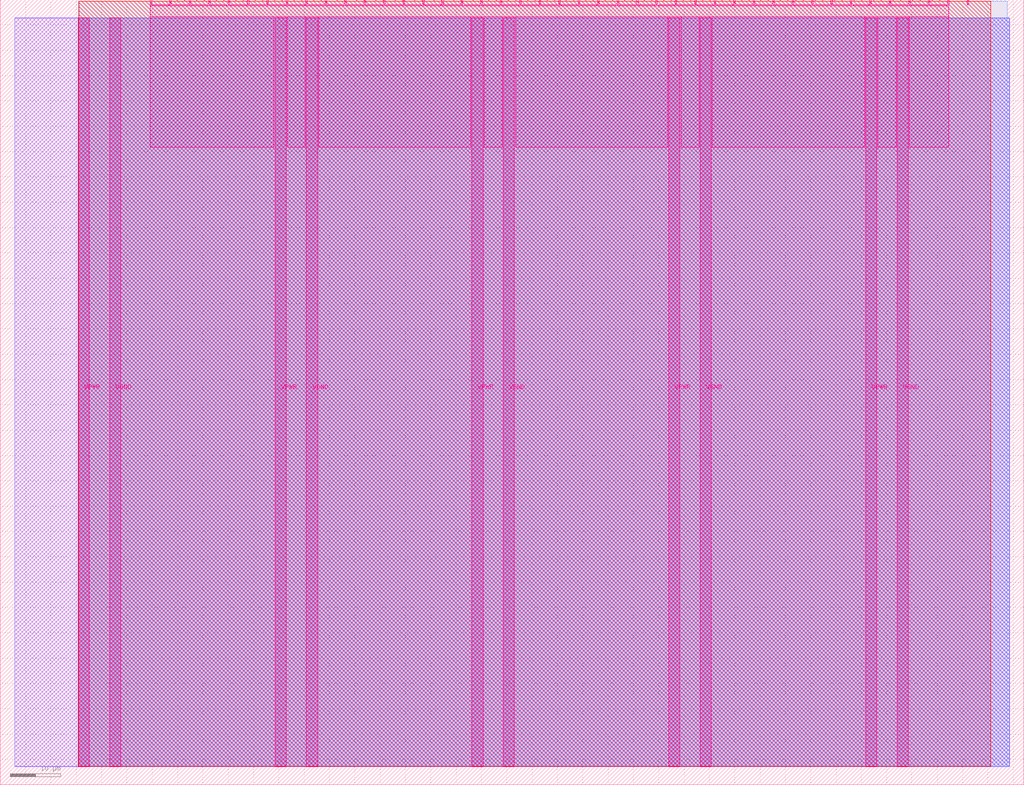
<source format=lef>
VERSION 5.7 ;
  NOWIREEXTENSIONATPIN ON ;
  DIVIDERCHAR "/" ;
  BUSBITCHARS "[]" ;
MACRO tt_um_save_buffer_hash_table
  CLASS BLOCK ;
  FOREIGN tt_um_save_buffer_hash_table ;
  ORIGIN 0.000 0.000 ;
  SIZE 202.080 BY 154.980 ;
  PIN VGND
    DIRECTION INOUT ;
    USE GROUND ;
    PORT
      LAYER Metal5 ;
        RECT 21.580 3.560 23.780 151.420 ;
    END
    PORT
      LAYER Metal5 ;
        RECT 60.450 3.560 62.650 151.420 ;
    END
    PORT
      LAYER Metal5 ;
        RECT 99.320 3.560 101.520 151.420 ;
    END
    PORT
      LAYER Metal5 ;
        RECT 138.190 3.560 140.390 151.420 ;
    END
    PORT
      LAYER Metal5 ;
        RECT 177.060 3.560 179.260 151.420 ;
    END
  END VGND
  PIN VPWR
    DIRECTION INOUT ;
    USE POWER ;
    PORT
      LAYER Metal5 ;
        RECT 15.380 3.560 17.580 151.420 ;
    END
    PORT
      LAYER Metal5 ;
        RECT 54.250 3.560 56.450 151.420 ;
    END
    PORT
      LAYER Metal5 ;
        RECT 93.120 3.560 95.320 151.420 ;
    END
    PORT
      LAYER Metal5 ;
        RECT 131.990 3.560 134.190 151.420 ;
    END
    PORT
      LAYER Metal5 ;
        RECT 170.860 3.560 173.060 151.420 ;
    END
  END VPWR
  PIN clk
    DIRECTION INPUT ;
    USE SIGNAL ;
    ANTENNAGATEAREA 0.213200 ;
    PORT
      LAYER Metal5 ;
        RECT 187.050 153.980 187.350 154.980 ;
    END
  END clk
  PIN ena
    DIRECTION INPUT ;
    USE SIGNAL ;
    PORT
      LAYER Metal5 ;
        RECT 190.890 153.980 191.190 154.980 ;
    END
  END ena
  PIN rst_n
    DIRECTION INPUT ;
    USE SIGNAL ;
    ANTENNAGATEAREA 0.213200 ;
    PORT
      LAYER Metal5 ;
        RECT 183.210 153.980 183.510 154.980 ;
    END
  END rst_n
  PIN ui_in[0]
    DIRECTION INPUT ;
    USE SIGNAL ;
    ANTENNAGATEAREA 0.180700 ;
    PORT
      LAYER Metal5 ;
        RECT 179.370 153.980 179.670 154.980 ;
    END
  END ui_in[0]
  PIN ui_in[1]
    DIRECTION INPUT ;
    USE SIGNAL ;
    ANTENNAGATEAREA 0.180700 ;
    PORT
      LAYER Metal5 ;
        RECT 175.530 153.980 175.830 154.980 ;
    END
  END ui_in[1]
  PIN ui_in[2]
    DIRECTION INPUT ;
    USE SIGNAL ;
    ANTENNAGATEAREA 0.180700 ;
    PORT
      LAYER Metal5 ;
        RECT 171.690 153.980 171.990 154.980 ;
    END
  END ui_in[2]
  PIN ui_in[3]
    DIRECTION INPUT ;
    USE SIGNAL ;
    ANTENNAGATEAREA 0.180700 ;
    PORT
      LAYER Metal5 ;
        RECT 167.850 153.980 168.150 154.980 ;
    END
  END ui_in[3]
  PIN ui_in[4]
    DIRECTION INPUT ;
    USE SIGNAL ;
    ANTENNAGATEAREA 0.180700 ;
    PORT
      LAYER Metal5 ;
        RECT 164.010 153.980 164.310 154.980 ;
    END
  END ui_in[4]
  PIN ui_in[5]
    DIRECTION INPUT ;
    USE SIGNAL ;
    ANTENNAGATEAREA 0.180700 ;
    PORT
      LAYER Metal5 ;
        RECT 160.170 153.980 160.470 154.980 ;
    END
  END ui_in[5]
  PIN ui_in[6]
    DIRECTION INPUT ;
    USE SIGNAL ;
    ANTENNAGATEAREA 0.180700 ;
    PORT
      LAYER Metal5 ;
        RECT 156.330 153.980 156.630 154.980 ;
    END
  END ui_in[6]
  PIN ui_in[7]
    DIRECTION INPUT ;
    USE SIGNAL ;
    ANTENNAGATEAREA 0.180700 ;
    PORT
      LAYER Metal5 ;
        RECT 152.490 153.980 152.790 154.980 ;
    END
  END ui_in[7]
  PIN uio_in[0]
    DIRECTION INPUT ;
    USE SIGNAL ;
    ANTENNAGATEAREA 0.213200 ;
    PORT
      LAYER Metal5 ;
        RECT 148.650 153.980 148.950 154.980 ;
    END
  END uio_in[0]
  PIN uio_in[1]
    DIRECTION INPUT ;
    USE SIGNAL ;
    ANTENNAGATEAREA 0.180700 ;
    PORT
      LAYER Metal5 ;
        RECT 144.810 153.980 145.110 154.980 ;
    END
  END uio_in[1]
  PIN uio_in[2]
    DIRECTION INPUT ;
    USE SIGNAL ;
    ANTENNAGATEAREA 0.180700 ;
    PORT
      LAYER Metal5 ;
        RECT 140.970 153.980 141.270 154.980 ;
    END
  END uio_in[2]
  PIN uio_in[3]
    DIRECTION INPUT ;
    USE SIGNAL ;
    PORT
      LAYER Metal5 ;
        RECT 137.130 153.980 137.430 154.980 ;
    END
  END uio_in[3]
  PIN uio_in[4]
    DIRECTION INPUT ;
    USE SIGNAL ;
    PORT
      LAYER Metal5 ;
        RECT 133.290 153.980 133.590 154.980 ;
    END
  END uio_in[4]
  PIN uio_in[5]
    DIRECTION INPUT ;
    USE SIGNAL ;
    PORT
      LAYER Metal5 ;
        RECT 129.450 153.980 129.750 154.980 ;
    END
  END uio_in[5]
  PIN uio_in[6]
    DIRECTION INPUT ;
    USE SIGNAL ;
    PORT
      LAYER Metal5 ;
        RECT 125.610 153.980 125.910 154.980 ;
    END
  END uio_in[6]
  PIN uio_in[7]
    DIRECTION INPUT ;
    USE SIGNAL ;
    PORT
      LAYER Metal5 ;
        RECT 121.770 153.980 122.070 154.980 ;
    END
  END uio_in[7]
  PIN uio_oe[0]
    DIRECTION OUTPUT ;
    USE SIGNAL ;
    ANTENNADIFFAREA 0.299200 ;
    PORT
      LAYER Metal5 ;
        RECT 56.490 153.980 56.790 154.980 ;
    END
  END uio_oe[0]
  PIN uio_oe[1]
    DIRECTION OUTPUT ;
    USE SIGNAL ;
    ANTENNADIFFAREA 0.299200 ;
    PORT
      LAYER Metal5 ;
        RECT 52.650 153.980 52.950 154.980 ;
    END
  END uio_oe[1]
  PIN uio_oe[2]
    DIRECTION OUTPUT ;
    USE SIGNAL ;
    ANTENNADIFFAREA 0.299200 ;
    PORT
      LAYER Metal5 ;
        RECT 48.810 153.980 49.110 154.980 ;
    END
  END uio_oe[2]
  PIN uio_oe[3]
    DIRECTION OUTPUT ;
    USE SIGNAL ;
    ANTENNADIFFAREA 0.299200 ;
    PORT
      LAYER Metal5 ;
        RECT 44.970 153.980 45.270 154.980 ;
    END
  END uio_oe[3]
  PIN uio_oe[4]
    DIRECTION OUTPUT ;
    USE SIGNAL ;
    ANTENNADIFFAREA 0.299200 ;
    PORT
      LAYER Metal5 ;
        RECT 41.130 153.980 41.430 154.980 ;
    END
  END uio_oe[4]
  PIN uio_oe[5]
    DIRECTION OUTPUT ;
    USE SIGNAL ;
    ANTENNADIFFAREA 0.299200 ;
    PORT
      LAYER Metal5 ;
        RECT 37.290 153.980 37.590 154.980 ;
    END
  END uio_oe[5]
  PIN uio_oe[6]
    DIRECTION OUTPUT ;
    USE SIGNAL ;
    ANTENNADIFFAREA 0.392700 ;
    PORT
      LAYER Metal5 ;
        RECT 33.450 153.980 33.750 154.980 ;
    END
  END uio_oe[6]
  PIN uio_oe[7]
    DIRECTION OUTPUT ;
    USE SIGNAL ;
    ANTENNADIFFAREA 0.392700 ;
    PORT
      LAYER Metal5 ;
        RECT 29.610 153.980 29.910 154.980 ;
    END
  END uio_oe[7]
  PIN uio_out[0]
    DIRECTION OUTPUT ;
    USE SIGNAL ;
    ANTENNADIFFAREA 0.299200 ;
    PORT
      LAYER Metal5 ;
        RECT 87.210 153.980 87.510 154.980 ;
    END
  END uio_out[0]
  PIN uio_out[1]
    DIRECTION OUTPUT ;
    USE SIGNAL ;
    ANTENNADIFFAREA 0.299200 ;
    PORT
      LAYER Metal5 ;
        RECT 83.370 153.980 83.670 154.980 ;
    END
  END uio_out[1]
  PIN uio_out[2]
    DIRECTION OUTPUT ;
    USE SIGNAL ;
    ANTENNADIFFAREA 0.299200 ;
    PORT
      LAYER Metal5 ;
        RECT 79.530 153.980 79.830 154.980 ;
    END
  END uio_out[2]
  PIN uio_out[3]
    DIRECTION OUTPUT ;
    USE SIGNAL ;
    ANTENNADIFFAREA 0.299200 ;
    PORT
      LAYER Metal5 ;
        RECT 75.690 153.980 75.990 154.980 ;
    END
  END uio_out[3]
  PIN uio_out[4]
    DIRECTION OUTPUT ;
    USE SIGNAL ;
    ANTENNADIFFAREA 0.299200 ;
    PORT
      LAYER Metal5 ;
        RECT 71.850 153.980 72.150 154.980 ;
    END
  END uio_out[4]
  PIN uio_out[5]
    DIRECTION OUTPUT ;
    USE SIGNAL ;
    ANTENNADIFFAREA 0.299200 ;
    PORT
      LAYER Metal5 ;
        RECT 68.010 153.980 68.310 154.980 ;
    END
  END uio_out[5]
  PIN uio_out[6]
    DIRECTION OUTPUT ;
    USE SIGNAL ;
    ANTENNAGATEAREA 0.109200 ;
    ANTENNADIFFAREA 0.632400 ;
    PORT
      LAYER Metal5 ;
        RECT 64.170 153.980 64.470 154.980 ;
    END
  END uio_out[6]
  PIN uio_out[7]
    DIRECTION OUTPUT ;
    USE SIGNAL ;
    ANTENNAGATEAREA 0.109200 ;
    ANTENNADIFFAREA 0.632400 ;
    PORT
      LAYER Metal5 ;
        RECT 60.330 153.980 60.630 154.980 ;
    END
  END uio_out[7]
  PIN uo_out[0]
    DIRECTION OUTPUT ;
    USE SIGNAL ;
    ANTENNAGATEAREA 0.109200 ;
    ANTENNADIFFAREA 0.632400 ;
    PORT
      LAYER Metal5 ;
        RECT 117.930 153.980 118.230 154.980 ;
    END
  END uo_out[0]
  PIN uo_out[1]
    DIRECTION OUTPUT ;
    USE SIGNAL ;
    ANTENNAGATEAREA 0.109200 ;
    ANTENNADIFFAREA 0.632400 ;
    PORT
      LAYER Metal5 ;
        RECT 114.090 153.980 114.390 154.980 ;
    END
  END uo_out[1]
  PIN uo_out[2]
    DIRECTION OUTPUT ;
    USE SIGNAL ;
    ANTENNAGATEAREA 0.109200 ;
    ANTENNADIFFAREA 0.632400 ;
    PORT
      LAYER Metal5 ;
        RECT 110.250 153.980 110.550 154.980 ;
    END
  END uo_out[2]
  PIN uo_out[3]
    DIRECTION OUTPUT ;
    USE SIGNAL ;
    ANTENNAGATEAREA 0.109200 ;
    ANTENNADIFFAREA 0.632400 ;
    PORT
      LAYER Metal5 ;
        RECT 106.410 153.980 106.710 154.980 ;
    END
  END uo_out[3]
  PIN uo_out[4]
    DIRECTION OUTPUT ;
    USE SIGNAL ;
    ANTENNADIFFAREA 0.299200 ;
    PORT
      LAYER Metal5 ;
        RECT 102.570 153.980 102.870 154.980 ;
    END
  END uo_out[4]
  PIN uo_out[5]
    DIRECTION OUTPUT ;
    USE SIGNAL ;
    ANTENNADIFFAREA 0.299200 ;
    PORT
      LAYER Metal5 ;
        RECT 98.730 153.980 99.030 154.980 ;
    END
  END uo_out[5]
  PIN uo_out[6]
    DIRECTION OUTPUT ;
    USE SIGNAL ;
    ANTENNADIFFAREA 0.299200 ;
    PORT
      LAYER Metal5 ;
        RECT 94.890 153.980 95.190 154.980 ;
    END
  END uo_out[6]
  PIN uo_out[7]
    DIRECTION OUTPUT ;
    USE SIGNAL ;
    ANTENNADIFFAREA 0.299200 ;
    PORT
      LAYER Metal5 ;
        RECT 91.050 153.980 91.350 154.980 ;
    END
  END uo_out[7]
  OBS
      LAYER GatPoly ;
        RECT 2.880 3.630 199.200 151.350 ;
      LAYER Metal1 ;
        RECT 2.880 3.560 199.200 151.420 ;
      LAYER Metal2 ;
        RECT 15.515 3.680 199.300 151.300 ;
      LAYER Metal3 ;
        RECT 15.560 3.635 198.820 154.705 ;
      LAYER Metal4 ;
        RECT 15.515 3.680 195.505 154.660 ;
      LAYER Metal5 ;
        RECT 30.120 153.770 33.240 153.980 ;
        RECT 33.960 153.770 37.080 153.980 ;
        RECT 37.800 153.770 40.920 153.980 ;
        RECT 41.640 153.770 44.760 153.980 ;
        RECT 45.480 153.770 48.600 153.980 ;
        RECT 49.320 153.770 52.440 153.980 ;
        RECT 53.160 153.770 56.280 153.980 ;
        RECT 57.000 153.770 60.120 153.980 ;
        RECT 60.840 153.770 63.960 153.980 ;
        RECT 64.680 153.770 67.800 153.980 ;
        RECT 68.520 153.770 71.640 153.980 ;
        RECT 72.360 153.770 75.480 153.980 ;
        RECT 76.200 153.770 79.320 153.980 ;
        RECT 80.040 153.770 83.160 153.980 ;
        RECT 83.880 153.770 87.000 153.980 ;
        RECT 87.720 153.770 90.840 153.980 ;
        RECT 91.560 153.770 94.680 153.980 ;
        RECT 95.400 153.770 98.520 153.980 ;
        RECT 99.240 153.770 102.360 153.980 ;
        RECT 103.080 153.770 106.200 153.980 ;
        RECT 106.920 153.770 110.040 153.980 ;
        RECT 110.760 153.770 113.880 153.980 ;
        RECT 114.600 153.770 117.720 153.980 ;
        RECT 118.440 153.770 121.560 153.980 ;
        RECT 122.280 153.770 125.400 153.980 ;
        RECT 126.120 153.770 129.240 153.980 ;
        RECT 129.960 153.770 133.080 153.980 ;
        RECT 133.800 153.770 136.920 153.980 ;
        RECT 137.640 153.770 140.760 153.980 ;
        RECT 141.480 153.770 144.600 153.980 ;
        RECT 145.320 153.770 148.440 153.980 ;
        RECT 149.160 153.770 152.280 153.980 ;
        RECT 153.000 153.770 156.120 153.980 ;
        RECT 156.840 153.770 159.960 153.980 ;
        RECT 160.680 153.770 163.800 153.980 ;
        RECT 164.520 153.770 167.640 153.980 ;
        RECT 168.360 153.770 171.480 153.980 ;
        RECT 172.200 153.770 175.320 153.980 ;
        RECT 176.040 153.770 179.160 153.980 ;
        RECT 179.880 153.770 183.000 153.980 ;
        RECT 183.720 153.770 186.840 153.980 ;
        RECT 29.660 151.630 187.300 153.770 ;
        RECT 29.660 125.855 54.040 151.630 ;
        RECT 56.660 125.855 60.240 151.630 ;
        RECT 62.860 125.855 92.910 151.630 ;
        RECT 95.530 125.855 99.110 151.630 ;
        RECT 101.730 125.855 131.780 151.630 ;
        RECT 134.400 125.855 137.980 151.630 ;
        RECT 140.600 125.855 170.650 151.630 ;
        RECT 173.270 125.855 176.850 151.630 ;
        RECT 179.470 125.855 187.300 151.630 ;
  END
END tt_um_save_buffer_hash_table
END LIBRARY


</source>
